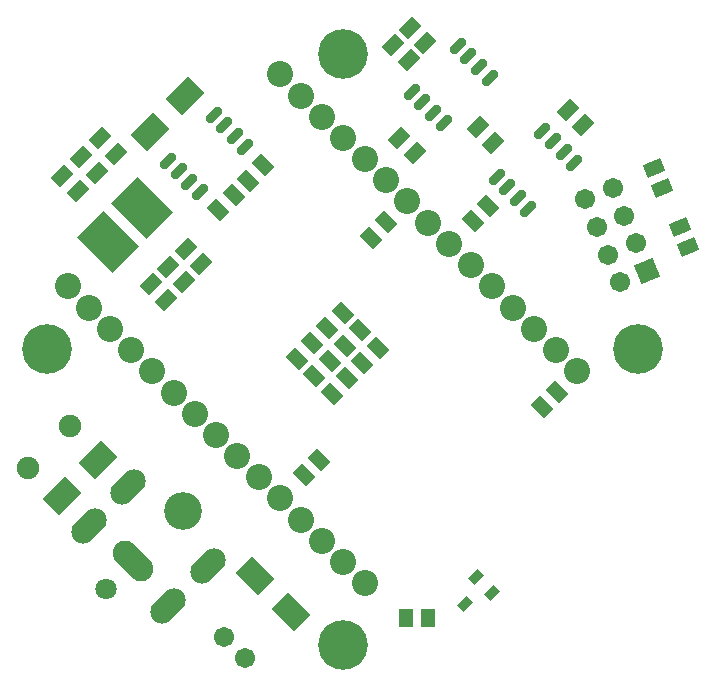
<source format=gts>
%FSTAX23Y23*%
%MOIN*%
%SFA1B1*%

%IPPOS*%
%AMD25*
4,1,4,0.026500,0.004200,0.004200,0.026500,-0.026500,-0.004200,-0.004200,-0.026500,0.026500,0.004200,0.0*
%
%AMD26*
4,1,4,-0.038300,0.006200,0.006200,-0.038300,0.038300,-0.006200,-0.006200,0.038300,-0.038300,0.006200,0.0*
%
%AMD27*
4,1,4,0.064100,0.009800,0.009800,0.064100,-0.064100,-0.009800,-0.009800,-0.064100,0.064100,0.009800,0.0*
%
%AMD28*
4,1,4,0.009800,-0.064100,0.064100,-0.009800,-0.009800,0.064100,-0.064100,0.009800,0.009800,-0.064100,0.0*
%
%AMD30*
4,1,4,-0.020400,-0.033000,0.037800,-0.008900,0.020400,0.033000,-0.037800,0.008900,-0.020400,-0.033000,0.0*
%
%AMD31*
4,1,4,0.006200,0.038300,-0.038300,-0.006200,-0.006200,-0.038300,0.038300,0.006200,0.006200,0.038300,0.0*
%
%AMD32*
4,1,4,0.023700,0.001300,0.001300,0.023700,-0.023700,-0.001300,-0.001300,-0.023700,0.023700,0.001300,0.0*
1,1,0.031620,0.012500,0.012500*
1,1,0.031620,-0.012500,-0.012500*
%
%AMD33*
4,1,4,-0.103000,0.013900,0.013900,-0.103000,0.103000,-0.013900,-0.013900,0.103000,-0.103000,0.013900,0.0*
%
%AMD36*
4,1,4,0.055700,0.002800,0.002800,0.055700,-0.055700,-0.002800,-0.002800,-0.055700,0.055700,0.002800,0.0*
1,1,0.082800,-0.026400,0.026400*
1,1,0.082800,0.026400,-0.026400*
%
%AMD37*
4,1,4,0.008400,-0.047300,0.047300,-0.008400,-0.008400,0.047300,-0.047300,0.008400,0.008400,-0.047300,0.0*
1,1,0.078870,0.019400,0.019400*
1,1,0.078870,-0.019400,-0.019400*
%
%AMD41*
4,1,4,-0.018100,-0.043800,0.043800,-0.018100,0.018100,0.043800,-0.043800,0.018100,-0.018100,-0.043800,0.0*
%
G04~CAMADD=25~9~0.0~0.0~316.2~434.3~0.0~0.0~0~0.0~0.0~0.0~0.0~0~0.0~0.0~0.0~0.0~0~0.0~0.0~0.0~315.0~530.0~529.0*
%ADD25D25*%
G04~CAMADD=26~9~0.0~0.0~631.2~454.0~0.0~0.0~0~0.0~0.0~0.0~0.0~0~0.0~0.0~0.0~0.0~0~0.0~0.0~0.0~135.0~766.0~765.0*
%ADD26D26*%
G04~CAMADD=27~9~0.0~0.0~769.0~1044.6~0.0~0.0~0~0.0~0.0~0.0~0.0~0~0.0~0.0~0.0~0.0~0~0.0~0.0~0.0~315.0~1282.0~1281.0*
%ADD27D27*%
G04~CAMADD=28~9~0.0~0.0~769.0~1044.6~0.0~0.0~0~0.0~0.0~0.0~0.0~0~0.0~0.0~0.0~0.0~0~0.0~0.0~0.0~225.0~1282.0~1281.0*
%ADD28D28*%
%ADD29R,0.045400X0.063120*%
G04~CAMADD=30~9~0.0~0.0~631.2~454.0~0.0~0.0~0~0.0~0.0~0.0~0.0~0~0.0~0.0~0.0~0.0~0~0.0~0.0~0.0~202.5~756.0~659.0*
%ADD30D30*%
G04~CAMADD=31~9~0.0~0.0~631.2~454.0~0.0~0.0~0~0.0~0.0~0.0~0.0~0~0.0~0.0~0.0~0.0~0~0.0~0.0~0.0~45.0~766.0~765.0*
%ADD31D31*%
G04~CAMADD=32~3~0.0~0.0~316.2~670.6~0.0~0.0~0~0.0~0.0~0.0~0.0~0~0.0~0.0~0.0~0.0~0~0.0~0.0~0.0~315.0~564.0~564.0*
%ADD32D32*%
G04~CAMADD=33~9~0.0~0.0~1654.8~1261.1~0.0~0.0~0~0.0~0.0~0.0~0.0~0~0.0~0.0~0.0~0.0~0~0.0~0.0~0.0~135.0~2060.0~2059.0*
%ADD33D33*%
%ADD34C,0.086740*%
%ADD35C,0.126110*%
G04~CAMADD=36~3~0.0~0.0~1576.1~828.0~0.0~0.0~0~0.0~0.0~0.0~0.0~0~0.0~0.0~0.0~0.0~0~0.0~0.0~0.0~315.0~1354.0~1354.0*
%ADD36D36*%
G04~CAMADD=37~3~0.0~0.0~1339.8~788.7~0.0~0.0~0~0.0~0.0~0.0~0.0~0~0.0~0.0~0.0~0.0~0~0.0~0.0~0.0~225.0~1176.0~1176.0*
%ADD37D37*%
%ADD38C,0.070990*%
%ADD39C,0.074930*%
%ADD40C,0.067060*%
G04~CAMADD=41~10~0.0~670.5~0.0~0.0~0.0~0.0~0~0.0~0.0~0.0~0.0~0~0.0~0.0~0.0~0.0~0~0.0~0.0~0.0~202.5~670.5~0.0*
%ADD41D41*%
%ADD42C,0.165480*%
%LNesp_board-1*%
%LPD*%
G54D25*
X04557Y02204D03*
X04504Y02257D03*
X04466Y02166D03*
G54D26*
X04205Y03438D03*
X04154Y03387D03*
X0393Y02596D03*
X03981Y02647D03*
X04177Y03019D03*
X04125Y02968D03*
X04118Y03078D03*
X04067Y03027D03*
X04008Y03085D03*
X04059Y03137D03*
X03958Y03035D03*
X03906Y02984D03*
X04075Y02918D03*
X04024Y02866D03*
X04016Y02976D03*
X03965Y02925D03*
X04774Y02874D03*
X04723Y02823D03*
X04544Y03494D03*
X04493Y03443D03*
X03697Y03531D03*
X03645Y03479D03*
X03743Y03577D03*
X03795Y03629D03*
G54D27*
X03242Y02646D03*
X03123Y02527D03*
X03535Y03859D03*
X03416Y03739D03*
G54D28*
X03887Y02141D03*
X03768Y0226D03*
G54D29*
X04342Y02118D03*
X04269D03*
G54D30*
X05182Y03422D03*
X05209Y03355D03*
X05098Y0362D03*
X05125Y03553D03*
G54D31*
X0486Y03762D03*
X04809Y03813D03*
X0451Y03755D03*
X04561Y03704D03*
X04228Y04031D03*
X04279Y0398D03*
X04283Y04087D03*
X04334Y04036D03*
X04299Y0367D03*
X04248Y03721D03*
X03588Y03298D03*
X03537Y0335D03*
X03529Y03239D03*
X03478Y03291D03*
X0347Y0318D03*
X03419Y03232D03*
X03177Y03542D03*
X03125Y03593D03*
X03302Y03667D03*
X0325Y03718D03*
X03239Y03604D03*
X03188Y03656D03*
G54D32*
X04572Y0359D03*
X04607Y03555D03*
X04643Y03519D03*
X04678Y03484D03*
X04725Y03743D03*
X0476Y03708D03*
X04796Y03672D03*
X04831Y03637D03*
X0429Y03874D03*
X04325Y03839D03*
X04361Y03803D03*
X04396Y03768D03*
X04443Y04027D03*
X04478Y03992D03*
X04514Y03956D03*
X04549Y03921D03*
X03735Y03691D03*
X037Y03726D03*
X03665Y03762D03*
X03629Y03797D03*
X03582Y03538D03*
X03547Y03573D03*
X03512Y03609D03*
X03476Y03644D03*
G54D33*
X0339Y03487D03*
X03277Y03374D03*
G54D34*
X03142Y03225D03*
X03213Y03154D03*
X03284Y03083D03*
X03354Y03013D03*
X03425Y02942D03*
X03496Y02871D03*
X03566Y028D03*
X03637Y0273D03*
X03708Y02659D03*
X03779Y02588D03*
X03849Y02518D03*
X0392Y02447D03*
X03991Y02376D03*
X04061Y02305D03*
X04132Y02235D03*
X04839Y02942D03*
X04769Y03013D03*
X04698Y03083D03*
X04627Y03154D03*
X04556Y03225D03*
X04486Y03295D03*
X04415Y03366D03*
X04344Y03437D03*
X04274Y03508D03*
X04203Y03578D03*
X04132Y03649D03*
X04061Y0372D03*
X03991Y0379D03*
X0392Y03861D03*
X03849Y03932D03*
G54D35*
X03527Y02475D03*
G54D36*
X0336Y02308D03*
G54D37*
X03609Y02292D03*
X03478Y02161D03*
X03213Y02426D03*
X03344Y02557D03*
G54D38*
X03269Y02217D03*
G54D39*
X03011Y02619D03*
X0315Y02758D03*
G54D40*
X03732Y01986D03*
X03663Y02055D03*
X04982Y03238D03*
X05036Y03369D03*
X04944Y03331D03*
X04998Y03461D03*
X04906Y03423D03*
X0496Y03554D03*
X04868Y03516D03*
G54D41*
X05075Y03277D03*
G54D42*
X0406Y0203D03*
X05044Y03015D03*
X0406Y03999D03*
X03075Y03015D03*
M02*
</source>
